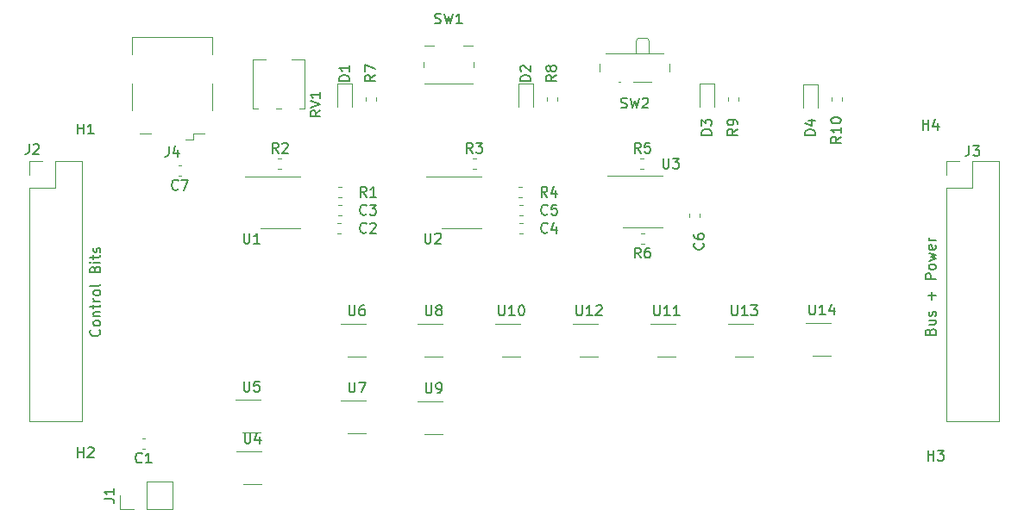
<source format=gbr>
G04 #@! TF.GenerationSoftware,KiCad,Pcbnew,(5.1.5)-3*
G04 #@! TF.CreationDate,2021-01-18T17:20:57+00:00*
G04 #@! TF.ProjectId,Little Logic Computer - Power+Timing,4c697474-6c65-4204-9c6f-67696320436f,rev?*
G04 #@! TF.SameCoordinates,Original*
G04 #@! TF.FileFunction,Legend,Top*
G04 #@! TF.FilePolarity,Positive*
%FSLAX46Y46*%
G04 Gerber Fmt 4.6, Leading zero omitted, Abs format (unit mm)*
G04 Created by KiCad (PCBNEW (5.1.5)-3) date 2021-01-18 17:20:57*
%MOMM*%
%LPD*%
G04 APERTURE LIST*
%ADD10C,0.150000*%
%ADD11C,0.120000*%
G04 APERTURE END LIST*
D10*
X192528571Y-105880952D02*
X192576190Y-105738095D01*
X192623809Y-105690476D01*
X192719047Y-105642857D01*
X192861904Y-105642857D01*
X192957142Y-105690476D01*
X193004761Y-105738095D01*
X193052380Y-105833333D01*
X193052380Y-106214285D01*
X192052380Y-106214285D01*
X192052380Y-105880952D01*
X192100000Y-105785714D01*
X192147619Y-105738095D01*
X192242857Y-105690476D01*
X192338095Y-105690476D01*
X192433333Y-105738095D01*
X192480952Y-105785714D01*
X192528571Y-105880952D01*
X192528571Y-106214285D01*
X192385714Y-104785714D02*
X193052380Y-104785714D01*
X192385714Y-105214285D02*
X192909523Y-105214285D01*
X193004761Y-105166666D01*
X193052380Y-105071428D01*
X193052380Y-104928571D01*
X193004761Y-104833333D01*
X192957142Y-104785714D01*
X193004761Y-104357142D02*
X193052380Y-104261904D01*
X193052380Y-104071428D01*
X193004761Y-103976190D01*
X192909523Y-103928571D01*
X192861904Y-103928571D01*
X192766666Y-103976190D01*
X192719047Y-104071428D01*
X192719047Y-104214285D01*
X192671428Y-104309523D01*
X192576190Y-104357142D01*
X192528571Y-104357142D01*
X192433333Y-104309523D01*
X192385714Y-104214285D01*
X192385714Y-104071428D01*
X192433333Y-103976190D01*
X192671428Y-102738095D02*
X192671428Y-101976190D01*
X193052380Y-102357142D02*
X192290476Y-102357142D01*
X193052380Y-100738095D02*
X192052380Y-100738095D01*
X192052380Y-100357142D01*
X192100000Y-100261904D01*
X192147619Y-100214285D01*
X192242857Y-100166666D01*
X192385714Y-100166666D01*
X192480952Y-100214285D01*
X192528571Y-100261904D01*
X192576190Y-100357142D01*
X192576190Y-100738095D01*
X193052380Y-99595238D02*
X193004761Y-99690476D01*
X192957142Y-99738095D01*
X192861904Y-99785714D01*
X192576190Y-99785714D01*
X192480952Y-99738095D01*
X192433333Y-99690476D01*
X192385714Y-99595238D01*
X192385714Y-99452380D01*
X192433333Y-99357142D01*
X192480952Y-99309523D01*
X192576190Y-99261904D01*
X192861904Y-99261904D01*
X192957142Y-99309523D01*
X193004761Y-99357142D01*
X193052380Y-99452380D01*
X193052380Y-99595238D01*
X192385714Y-98928571D02*
X193052380Y-98738095D01*
X192576190Y-98547619D01*
X193052380Y-98357142D01*
X192385714Y-98166666D01*
X193004761Y-97404761D02*
X193052380Y-97500000D01*
X193052380Y-97690476D01*
X193004761Y-97785714D01*
X192909523Y-97833333D01*
X192528571Y-97833333D01*
X192433333Y-97785714D01*
X192385714Y-97690476D01*
X192385714Y-97500000D01*
X192433333Y-97404761D01*
X192528571Y-97357142D01*
X192623809Y-97357142D01*
X192719047Y-97833333D01*
X193052380Y-96928571D02*
X192385714Y-96928571D01*
X192576190Y-96928571D02*
X192480952Y-96880952D01*
X192433333Y-96833333D01*
X192385714Y-96738095D01*
X192385714Y-96642857D01*
X110957142Y-105714285D02*
X111004761Y-105761904D01*
X111052380Y-105904761D01*
X111052380Y-106000000D01*
X111004761Y-106142857D01*
X110909523Y-106238095D01*
X110814285Y-106285714D01*
X110623809Y-106333333D01*
X110480952Y-106333333D01*
X110290476Y-106285714D01*
X110195238Y-106238095D01*
X110100000Y-106142857D01*
X110052380Y-106000000D01*
X110052380Y-105904761D01*
X110100000Y-105761904D01*
X110147619Y-105714285D01*
X111052380Y-105142857D02*
X111004761Y-105238095D01*
X110957142Y-105285714D01*
X110861904Y-105333333D01*
X110576190Y-105333333D01*
X110480952Y-105285714D01*
X110433333Y-105238095D01*
X110385714Y-105142857D01*
X110385714Y-105000000D01*
X110433333Y-104904761D01*
X110480952Y-104857142D01*
X110576190Y-104809523D01*
X110861904Y-104809523D01*
X110957142Y-104857142D01*
X111004761Y-104904761D01*
X111052380Y-105000000D01*
X111052380Y-105142857D01*
X110385714Y-104380952D02*
X111052380Y-104380952D01*
X110480952Y-104380952D02*
X110433333Y-104333333D01*
X110385714Y-104238095D01*
X110385714Y-104095238D01*
X110433333Y-104000000D01*
X110528571Y-103952380D01*
X111052380Y-103952380D01*
X110385714Y-103619047D02*
X110385714Y-103238095D01*
X110052380Y-103476190D02*
X110909523Y-103476190D01*
X111004761Y-103428571D01*
X111052380Y-103333333D01*
X111052380Y-103238095D01*
X111052380Y-102904761D02*
X110385714Y-102904761D01*
X110576190Y-102904761D02*
X110480952Y-102857142D01*
X110433333Y-102809523D01*
X110385714Y-102714285D01*
X110385714Y-102619047D01*
X111052380Y-102142857D02*
X111004761Y-102238095D01*
X110957142Y-102285714D01*
X110861904Y-102333333D01*
X110576190Y-102333333D01*
X110480952Y-102285714D01*
X110433333Y-102238095D01*
X110385714Y-102142857D01*
X110385714Y-102000000D01*
X110433333Y-101904761D01*
X110480952Y-101857142D01*
X110576190Y-101809523D01*
X110861904Y-101809523D01*
X110957142Y-101857142D01*
X111004761Y-101904761D01*
X111052380Y-102000000D01*
X111052380Y-102142857D01*
X111052380Y-101238095D02*
X111004761Y-101333333D01*
X110909523Y-101380952D01*
X110052380Y-101380952D01*
X110528571Y-99761904D02*
X110576190Y-99619047D01*
X110623809Y-99571428D01*
X110719047Y-99523809D01*
X110861904Y-99523809D01*
X110957142Y-99571428D01*
X111004761Y-99619047D01*
X111052380Y-99714285D01*
X111052380Y-100095238D01*
X110052380Y-100095238D01*
X110052380Y-99761904D01*
X110100000Y-99666666D01*
X110147619Y-99619047D01*
X110242857Y-99571428D01*
X110338095Y-99571428D01*
X110433333Y-99619047D01*
X110480952Y-99666666D01*
X110528571Y-99761904D01*
X110528571Y-100095238D01*
X111052380Y-99095238D02*
X110385714Y-99095238D01*
X110052380Y-99095238D02*
X110100000Y-99142857D01*
X110147619Y-99095238D01*
X110100000Y-99047619D01*
X110052380Y-99095238D01*
X110147619Y-99095238D01*
X110385714Y-98761904D02*
X110385714Y-98380952D01*
X110052380Y-98619047D02*
X110909523Y-98619047D01*
X111004761Y-98571428D01*
X111052380Y-98476190D01*
X111052380Y-98380952D01*
X111004761Y-98095238D02*
X111052380Y-98000000D01*
X111052380Y-97809523D01*
X111004761Y-97714285D01*
X110909523Y-97666666D01*
X110861904Y-97666666D01*
X110766666Y-97714285D01*
X110719047Y-97809523D01*
X110719047Y-97952380D01*
X110671428Y-98047619D01*
X110576190Y-98095238D01*
X110528571Y-98095238D01*
X110433333Y-98047619D01*
X110385714Y-97952380D01*
X110385714Y-97809523D01*
X110433333Y-97714285D01*
D11*
X182768000Y-105070000D02*
X180318000Y-105070000D01*
X180968000Y-108290000D02*
X182768000Y-108290000D01*
X175148000Y-105136000D02*
X172698000Y-105136000D01*
X173348000Y-108356000D02*
X175148000Y-108356000D01*
X159908000Y-105136000D02*
X157458000Y-105136000D01*
X158108000Y-108356000D02*
X159908000Y-108356000D01*
X167528000Y-105136000D02*
X165078000Y-105136000D01*
X165728000Y-108356000D02*
X167528000Y-108356000D01*
X152288000Y-105136000D02*
X149838000Y-105136000D01*
X150488000Y-108356000D02*
X152288000Y-108356000D01*
X144668000Y-112756000D02*
X142218000Y-112756000D01*
X142868000Y-115976000D02*
X144668000Y-115976000D01*
X144668000Y-105136000D02*
X142218000Y-105136000D01*
X142868000Y-108356000D02*
X144668000Y-108356000D01*
X137142000Y-112690000D02*
X134692000Y-112690000D01*
X135342000Y-115910000D02*
X137142000Y-115910000D01*
X137142000Y-105136000D02*
X134692000Y-105136000D01*
X135342000Y-108356000D02*
X137142000Y-108356000D01*
X126808000Y-112624000D02*
X124358000Y-112624000D01*
X125008000Y-115844000D02*
X126808000Y-115844000D01*
X126888000Y-117704000D02*
X124438000Y-117704000D01*
X125088000Y-120924000D02*
X126888000Y-120924000D01*
X114150000Y-76972000D02*
X114150000Y-78632000D01*
X122070000Y-76972000D02*
X114150000Y-76972000D01*
X122070000Y-78632000D02*
X122070000Y-76972000D01*
X116060000Y-86442000D02*
X114910000Y-86442000D01*
X120160000Y-87032000D02*
X119460000Y-87032000D01*
X120160000Y-86442000D02*
X120160000Y-87032000D01*
X121310000Y-86442000D02*
X120160000Y-86442000D01*
X114150000Y-84132000D02*
X114150000Y-81532000D01*
X122070000Y-81532000D02*
X122070000Y-84132000D01*
X119034779Y-89584000D02*
X118709221Y-89584000D01*
X119034779Y-90604000D02*
X118709221Y-90604000D01*
X146482000Y-90658000D02*
X143032000Y-90658000D01*
X146482000Y-90658000D02*
X148432000Y-90658000D01*
X146482000Y-95778000D02*
X144532000Y-95778000D01*
X146482000Y-95778000D02*
X148432000Y-95778000D01*
X164262000Y-90531000D02*
X160812000Y-90531000D01*
X164262000Y-90531000D02*
X166212000Y-90531000D01*
X164262000Y-95651000D02*
X162312000Y-95651000D01*
X164262000Y-95651000D02*
X166212000Y-95651000D01*
X128702000Y-90658000D02*
X125252000Y-90658000D01*
X128702000Y-90658000D02*
X130652000Y-90658000D01*
X128702000Y-95778000D02*
X126752000Y-95778000D01*
X128702000Y-95778000D02*
X130652000Y-95778000D01*
X112970000Y-123326000D02*
X112970000Y-121996000D01*
X114300000Y-123326000D02*
X112970000Y-123326000D01*
X115570000Y-123326000D02*
X115570000Y-120666000D01*
X115570000Y-120666000D02*
X118170000Y-120666000D01*
X115570000Y-123326000D02*
X118170000Y-123326000D01*
X118170000Y-123326000D02*
X118170000Y-120666000D01*
X180037000Y-81573000D02*
X180037000Y-83858000D01*
X181507000Y-81573000D02*
X180037000Y-81573000D01*
X181507000Y-83858000D02*
X181507000Y-81573000D01*
X169877000Y-81547500D02*
X169877000Y-83832500D01*
X171347000Y-81547500D02*
X169877000Y-81547500D01*
X171347000Y-83832500D02*
X171347000Y-81547500D01*
X152097000Y-81547500D02*
X152097000Y-83832500D01*
X153567000Y-81547500D02*
X152097000Y-81547500D01*
X153567000Y-83832500D02*
X153567000Y-81547500D01*
X134317000Y-81547500D02*
X134317000Y-83832500D01*
X135787000Y-81547500D02*
X134317000Y-81547500D01*
X135787000Y-83832500D02*
X135787000Y-81547500D01*
X160050000Y-79544000D02*
X160050000Y-80334000D01*
X166950000Y-80334000D02*
X166950000Y-79544000D01*
X165100000Y-81384000D02*
X163400000Y-81384000D01*
X166350000Y-78534000D02*
X160650000Y-78534000D01*
X163600000Y-77244000D02*
X163600000Y-78534000D01*
X164700000Y-77034000D02*
X163800000Y-77034000D01*
X164900000Y-78534000D02*
X164900000Y-77244000D01*
X163600000Y-77244000D02*
X163800000Y-77034000D01*
X164900000Y-77244000D02*
X164700000Y-77034000D01*
X162100000Y-81384000D02*
X161900000Y-81384000D01*
X143822000Y-77818000D02*
X142897000Y-77818000D01*
X147697000Y-79943000D02*
X147697000Y-79393000D01*
X142797000Y-79943000D02*
X142797000Y-79393000D01*
X147597000Y-81518000D02*
X142897000Y-81518000D01*
X147597000Y-77818000D02*
X146672000Y-77818000D01*
X130708000Y-79146000D02*
X129808000Y-79146000D01*
X130708000Y-79146000D02*
X129808000Y-79146000D01*
X130708000Y-79146000D02*
X130708000Y-79146000D01*
X126528000Y-83986000D02*
X126048000Y-83986000D01*
X128828000Y-83986000D02*
X128308000Y-83986000D01*
X131088000Y-83986000D02*
X130608000Y-83986000D01*
X127328000Y-79146000D02*
X126048000Y-79146000D01*
X131088000Y-79146000D02*
X129808000Y-79146000D01*
X126048000Y-79146000D02*
X126048000Y-83986000D01*
X131088000Y-79146000D02*
X131088000Y-83986000D01*
X183822000Y-83220779D02*
X183822000Y-82895221D01*
X182802000Y-83220779D02*
X182802000Y-82895221D01*
X173662000Y-83195279D02*
X173662000Y-82869721D01*
X172642000Y-83195279D02*
X172642000Y-82869721D01*
X155882000Y-83195279D02*
X155882000Y-82869721D01*
X154862000Y-83195279D02*
X154862000Y-82869721D01*
X138102000Y-83195279D02*
X138102000Y-82869721D01*
X137082000Y-83195279D02*
X137082000Y-82869721D01*
X164424779Y-96264000D02*
X164099221Y-96264000D01*
X164424779Y-97284000D02*
X164099221Y-97284000D01*
X164399279Y-88898000D02*
X164073721Y-88898000D01*
X164399279Y-89918000D02*
X164073721Y-89918000D01*
X152461279Y-91692000D02*
X152135721Y-91692000D01*
X152461279Y-92712000D02*
X152135721Y-92712000D01*
X147940279Y-88898000D02*
X147614721Y-88898000D01*
X147940279Y-89918000D02*
X147614721Y-89918000D01*
X128513721Y-89918000D02*
X128839279Y-89918000D01*
X128513721Y-88898000D02*
X128839279Y-88898000D01*
X134706779Y-91692000D02*
X134381221Y-91692000D01*
X134706779Y-92712000D02*
X134381221Y-92712000D01*
X194070000Y-89170000D02*
X195400000Y-89170000D01*
X194070000Y-90500000D02*
X194070000Y-89170000D01*
X196670000Y-89170000D02*
X199270000Y-89170000D01*
X196670000Y-91770000D02*
X196670000Y-89170000D01*
X194070000Y-91770000D02*
X196670000Y-91770000D01*
X199270000Y-89170000D02*
X199270000Y-114690000D01*
X194070000Y-91770000D02*
X194070000Y-114690000D01*
X194070000Y-114690000D02*
X199270000Y-114690000D01*
X104070000Y-89170000D02*
X105400000Y-89170000D01*
X104070000Y-90500000D02*
X104070000Y-89170000D01*
X106670000Y-89170000D02*
X109270000Y-89170000D01*
X106670000Y-91770000D02*
X106670000Y-89170000D01*
X104070000Y-91770000D02*
X106670000Y-91770000D01*
X109270000Y-89170000D02*
X109270000Y-114690000D01*
X104070000Y-91770000D02*
X104070000Y-114690000D01*
X104070000Y-114690000D02*
X109270000Y-114690000D01*
X169852000Y-94650779D02*
X169852000Y-94325221D01*
X168832000Y-94650779D02*
X168832000Y-94325221D01*
X152161221Y-94490000D02*
X152486779Y-94490000D01*
X152161221Y-93470000D02*
X152486779Y-93470000D01*
X152161221Y-96268000D02*
X152486779Y-96268000D01*
X152161221Y-95248000D02*
X152486779Y-95248000D01*
X134381221Y-94490000D02*
X134706779Y-94490000D01*
X134381221Y-93470000D02*
X134706779Y-93470000D01*
X134355721Y-96268000D02*
X134681279Y-96268000D01*
X134355721Y-95248000D02*
X134681279Y-95248000D01*
X115478779Y-116406000D02*
X115153221Y-116406000D01*
X115478779Y-117426000D02*
X115153221Y-117426000D01*
D10*
X180629904Y-103232380D02*
X180629904Y-104041904D01*
X180677523Y-104137142D01*
X180725142Y-104184761D01*
X180820380Y-104232380D01*
X181010857Y-104232380D01*
X181106095Y-104184761D01*
X181153714Y-104137142D01*
X181201333Y-104041904D01*
X181201333Y-103232380D01*
X182201333Y-104232380D02*
X181629904Y-104232380D01*
X181915619Y-104232380D02*
X181915619Y-103232380D01*
X181820380Y-103375238D01*
X181725142Y-103470476D01*
X181629904Y-103518095D01*
X183058476Y-103565714D02*
X183058476Y-104232380D01*
X182820380Y-103184761D02*
X182582285Y-103899047D01*
X183201333Y-103899047D01*
X173009904Y-103298380D02*
X173009904Y-104107904D01*
X173057523Y-104203142D01*
X173105142Y-104250761D01*
X173200380Y-104298380D01*
X173390857Y-104298380D01*
X173486095Y-104250761D01*
X173533714Y-104203142D01*
X173581333Y-104107904D01*
X173581333Y-103298380D01*
X174581333Y-104298380D02*
X174009904Y-104298380D01*
X174295619Y-104298380D02*
X174295619Y-103298380D01*
X174200380Y-103441238D01*
X174105142Y-103536476D01*
X174009904Y-103584095D01*
X174914666Y-103298380D02*
X175533714Y-103298380D01*
X175200380Y-103679333D01*
X175343238Y-103679333D01*
X175438476Y-103726952D01*
X175486095Y-103774571D01*
X175533714Y-103869809D01*
X175533714Y-104107904D01*
X175486095Y-104203142D01*
X175438476Y-104250761D01*
X175343238Y-104298380D01*
X175057523Y-104298380D01*
X174962285Y-104250761D01*
X174914666Y-104203142D01*
X157769904Y-103298380D02*
X157769904Y-104107904D01*
X157817523Y-104203142D01*
X157865142Y-104250761D01*
X157960380Y-104298380D01*
X158150857Y-104298380D01*
X158246095Y-104250761D01*
X158293714Y-104203142D01*
X158341333Y-104107904D01*
X158341333Y-103298380D01*
X159341333Y-104298380D02*
X158769904Y-104298380D01*
X159055619Y-104298380D02*
X159055619Y-103298380D01*
X158960380Y-103441238D01*
X158865142Y-103536476D01*
X158769904Y-103584095D01*
X159722285Y-103393619D02*
X159769904Y-103346000D01*
X159865142Y-103298380D01*
X160103238Y-103298380D01*
X160198476Y-103346000D01*
X160246095Y-103393619D01*
X160293714Y-103488857D01*
X160293714Y-103584095D01*
X160246095Y-103726952D01*
X159674666Y-104298380D01*
X160293714Y-104298380D01*
X165389904Y-103298380D02*
X165389904Y-104107904D01*
X165437523Y-104203142D01*
X165485142Y-104250761D01*
X165580380Y-104298380D01*
X165770857Y-104298380D01*
X165866095Y-104250761D01*
X165913714Y-104203142D01*
X165961333Y-104107904D01*
X165961333Y-103298380D01*
X166961333Y-104298380D02*
X166389904Y-104298380D01*
X166675619Y-104298380D02*
X166675619Y-103298380D01*
X166580380Y-103441238D01*
X166485142Y-103536476D01*
X166389904Y-103584095D01*
X167913714Y-104298380D02*
X167342285Y-104298380D01*
X167628000Y-104298380D02*
X167628000Y-103298380D01*
X167532761Y-103441238D01*
X167437523Y-103536476D01*
X167342285Y-103584095D01*
X150149904Y-103298380D02*
X150149904Y-104107904D01*
X150197523Y-104203142D01*
X150245142Y-104250761D01*
X150340380Y-104298380D01*
X150530857Y-104298380D01*
X150626095Y-104250761D01*
X150673714Y-104203142D01*
X150721333Y-104107904D01*
X150721333Y-103298380D01*
X151721333Y-104298380D02*
X151149904Y-104298380D01*
X151435619Y-104298380D02*
X151435619Y-103298380D01*
X151340380Y-103441238D01*
X151245142Y-103536476D01*
X151149904Y-103584095D01*
X152340380Y-103298380D02*
X152435619Y-103298380D01*
X152530857Y-103346000D01*
X152578476Y-103393619D01*
X152626095Y-103488857D01*
X152673714Y-103679333D01*
X152673714Y-103917428D01*
X152626095Y-104107904D01*
X152578476Y-104203142D01*
X152530857Y-104250761D01*
X152435619Y-104298380D01*
X152340380Y-104298380D01*
X152245142Y-104250761D01*
X152197523Y-104203142D01*
X152149904Y-104107904D01*
X152102285Y-103917428D01*
X152102285Y-103679333D01*
X152149904Y-103488857D01*
X152197523Y-103393619D01*
X152245142Y-103346000D01*
X152340380Y-103298380D01*
X143006095Y-110918380D02*
X143006095Y-111727904D01*
X143053714Y-111823142D01*
X143101333Y-111870761D01*
X143196571Y-111918380D01*
X143387047Y-111918380D01*
X143482285Y-111870761D01*
X143529904Y-111823142D01*
X143577523Y-111727904D01*
X143577523Y-110918380D01*
X144101333Y-111918380D02*
X144291809Y-111918380D01*
X144387047Y-111870761D01*
X144434666Y-111823142D01*
X144529904Y-111680285D01*
X144577523Y-111489809D01*
X144577523Y-111108857D01*
X144529904Y-111013619D01*
X144482285Y-110966000D01*
X144387047Y-110918380D01*
X144196571Y-110918380D01*
X144101333Y-110966000D01*
X144053714Y-111013619D01*
X144006095Y-111108857D01*
X144006095Y-111346952D01*
X144053714Y-111442190D01*
X144101333Y-111489809D01*
X144196571Y-111537428D01*
X144387047Y-111537428D01*
X144482285Y-111489809D01*
X144529904Y-111442190D01*
X144577523Y-111346952D01*
X143006095Y-103298380D02*
X143006095Y-104107904D01*
X143053714Y-104203142D01*
X143101333Y-104250761D01*
X143196571Y-104298380D01*
X143387047Y-104298380D01*
X143482285Y-104250761D01*
X143529904Y-104203142D01*
X143577523Y-104107904D01*
X143577523Y-103298380D01*
X144196571Y-103726952D02*
X144101333Y-103679333D01*
X144053714Y-103631714D01*
X144006095Y-103536476D01*
X144006095Y-103488857D01*
X144053714Y-103393619D01*
X144101333Y-103346000D01*
X144196571Y-103298380D01*
X144387047Y-103298380D01*
X144482285Y-103346000D01*
X144529904Y-103393619D01*
X144577523Y-103488857D01*
X144577523Y-103536476D01*
X144529904Y-103631714D01*
X144482285Y-103679333D01*
X144387047Y-103726952D01*
X144196571Y-103726952D01*
X144101333Y-103774571D01*
X144053714Y-103822190D01*
X144006095Y-103917428D01*
X144006095Y-104107904D01*
X144053714Y-104203142D01*
X144101333Y-104250761D01*
X144196571Y-104298380D01*
X144387047Y-104298380D01*
X144482285Y-104250761D01*
X144529904Y-104203142D01*
X144577523Y-104107904D01*
X144577523Y-103917428D01*
X144529904Y-103822190D01*
X144482285Y-103774571D01*
X144387047Y-103726952D01*
X135480095Y-110852380D02*
X135480095Y-111661904D01*
X135527714Y-111757142D01*
X135575333Y-111804761D01*
X135670571Y-111852380D01*
X135861047Y-111852380D01*
X135956285Y-111804761D01*
X136003904Y-111757142D01*
X136051523Y-111661904D01*
X136051523Y-110852380D01*
X136432476Y-110852380D02*
X137099142Y-110852380D01*
X136670571Y-111852380D01*
X135480095Y-103298380D02*
X135480095Y-104107904D01*
X135527714Y-104203142D01*
X135575333Y-104250761D01*
X135670571Y-104298380D01*
X135861047Y-104298380D01*
X135956285Y-104250761D01*
X136003904Y-104203142D01*
X136051523Y-104107904D01*
X136051523Y-103298380D01*
X136956285Y-103298380D02*
X136765809Y-103298380D01*
X136670571Y-103346000D01*
X136622952Y-103393619D01*
X136527714Y-103536476D01*
X136480095Y-103726952D01*
X136480095Y-104107904D01*
X136527714Y-104203142D01*
X136575333Y-104250761D01*
X136670571Y-104298380D01*
X136861047Y-104298380D01*
X136956285Y-104250761D01*
X137003904Y-104203142D01*
X137051523Y-104107904D01*
X137051523Y-103869809D01*
X137003904Y-103774571D01*
X136956285Y-103726952D01*
X136861047Y-103679333D01*
X136670571Y-103679333D01*
X136575333Y-103726952D01*
X136527714Y-103774571D01*
X136480095Y-103869809D01*
X125146095Y-110786380D02*
X125146095Y-111595904D01*
X125193714Y-111691142D01*
X125241333Y-111738761D01*
X125336571Y-111786380D01*
X125527047Y-111786380D01*
X125622285Y-111738761D01*
X125669904Y-111691142D01*
X125717523Y-111595904D01*
X125717523Y-110786380D01*
X126669904Y-110786380D02*
X126193714Y-110786380D01*
X126146095Y-111262571D01*
X126193714Y-111214952D01*
X126288952Y-111167333D01*
X126527047Y-111167333D01*
X126622285Y-111214952D01*
X126669904Y-111262571D01*
X126717523Y-111357809D01*
X126717523Y-111595904D01*
X126669904Y-111691142D01*
X126622285Y-111738761D01*
X126527047Y-111786380D01*
X126288952Y-111786380D01*
X126193714Y-111738761D01*
X126146095Y-111691142D01*
X125226095Y-115866380D02*
X125226095Y-116675904D01*
X125273714Y-116771142D01*
X125321333Y-116818761D01*
X125416571Y-116866380D01*
X125607047Y-116866380D01*
X125702285Y-116818761D01*
X125749904Y-116771142D01*
X125797523Y-116675904D01*
X125797523Y-115866380D01*
X126702285Y-116199714D02*
X126702285Y-116866380D01*
X126464190Y-115818761D02*
X126226095Y-116533047D01*
X126845142Y-116533047D01*
X191770095Y-86050380D02*
X191770095Y-85050380D01*
X191770095Y-85526571D02*
X192341523Y-85526571D01*
X192341523Y-86050380D02*
X192341523Y-85050380D01*
X193246285Y-85383714D02*
X193246285Y-86050380D01*
X193008190Y-85002761D02*
X192770095Y-85717047D01*
X193389142Y-85717047D01*
X192278095Y-118562380D02*
X192278095Y-117562380D01*
X192278095Y-118038571D02*
X192849523Y-118038571D01*
X192849523Y-118562380D02*
X192849523Y-117562380D01*
X193230476Y-117562380D02*
X193849523Y-117562380D01*
X193516190Y-117943333D01*
X193659047Y-117943333D01*
X193754285Y-117990952D01*
X193801904Y-118038571D01*
X193849523Y-118133809D01*
X193849523Y-118371904D01*
X193801904Y-118467142D01*
X193754285Y-118514761D01*
X193659047Y-118562380D01*
X193373333Y-118562380D01*
X193278095Y-118514761D01*
X193230476Y-118467142D01*
X108838095Y-118252380D02*
X108838095Y-117252380D01*
X108838095Y-117728571D02*
X109409523Y-117728571D01*
X109409523Y-118252380D02*
X109409523Y-117252380D01*
X109838095Y-117347619D02*
X109885714Y-117300000D01*
X109980952Y-117252380D01*
X110219047Y-117252380D01*
X110314285Y-117300000D01*
X110361904Y-117347619D01*
X110409523Y-117442857D01*
X110409523Y-117538095D01*
X110361904Y-117680952D01*
X109790476Y-118252380D01*
X110409523Y-118252380D01*
X108838095Y-86452380D02*
X108838095Y-85452380D01*
X108838095Y-85928571D02*
X109409523Y-85928571D01*
X109409523Y-86452380D02*
X109409523Y-85452380D01*
X110409523Y-86452380D02*
X109838095Y-86452380D01*
X110123809Y-86452380D02*
X110123809Y-85452380D01*
X110028571Y-85595238D01*
X109933333Y-85690476D01*
X109838095Y-85738095D01*
X117776666Y-87684380D02*
X117776666Y-88398666D01*
X117729047Y-88541523D01*
X117633809Y-88636761D01*
X117490952Y-88684380D01*
X117395714Y-88684380D01*
X118681428Y-88017714D02*
X118681428Y-88684380D01*
X118443333Y-87636761D02*
X118205238Y-88351047D01*
X118824285Y-88351047D01*
X118705333Y-91881142D02*
X118657714Y-91928761D01*
X118514857Y-91976380D01*
X118419619Y-91976380D01*
X118276761Y-91928761D01*
X118181523Y-91833523D01*
X118133904Y-91738285D01*
X118086285Y-91547809D01*
X118086285Y-91404952D01*
X118133904Y-91214476D01*
X118181523Y-91119238D01*
X118276761Y-91024000D01*
X118419619Y-90976380D01*
X118514857Y-90976380D01*
X118657714Y-91024000D01*
X118705333Y-91071619D01*
X119038666Y-90976380D02*
X119705333Y-90976380D01*
X119276761Y-91976380D01*
X142926095Y-96226380D02*
X142926095Y-97035904D01*
X142973714Y-97131142D01*
X143021333Y-97178761D01*
X143116571Y-97226380D01*
X143307047Y-97226380D01*
X143402285Y-97178761D01*
X143449904Y-97131142D01*
X143497523Y-97035904D01*
X143497523Y-96226380D01*
X143926095Y-96321619D02*
X143973714Y-96274000D01*
X144068952Y-96226380D01*
X144307047Y-96226380D01*
X144402285Y-96274000D01*
X144449904Y-96321619D01*
X144497523Y-96416857D01*
X144497523Y-96512095D01*
X144449904Y-96654952D01*
X143878476Y-97226380D01*
X144497523Y-97226380D01*
X166294095Y-88860380D02*
X166294095Y-89669904D01*
X166341714Y-89765142D01*
X166389333Y-89812761D01*
X166484571Y-89860380D01*
X166675047Y-89860380D01*
X166770285Y-89812761D01*
X166817904Y-89765142D01*
X166865523Y-89669904D01*
X166865523Y-88860380D01*
X167246476Y-88860380D02*
X167865523Y-88860380D01*
X167532190Y-89241333D01*
X167675047Y-89241333D01*
X167770285Y-89288952D01*
X167817904Y-89336571D01*
X167865523Y-89431809D01*
X167865523Y-89669904D01*
X167817904Y-89765142D01*
X167770285Y-89812761D01*
X167675047Y-89860380D01*
X167389333Y-89860380D01*
X167294095Y-89812761D01*
X167246476Y-89765142D01*
X125146095Y-96226380D02*
X125146095Y-97035904D01*
X125193714Y-97131142D01*
X125241333Y-97178761D01*
X125336571Y-97226380D01*
X125527047Y-97226380D01*
X125622285Y-97178761D01*
X125669904Y-97131142D01*
X125717523Y-97035904D01*
X125717523Y-96226380D01*
X126717523Y-97226380D02*
X126146095Y-97226380D01*
X126431809Y-97226380D02*
X126431809Y-96226380D01*
X126336571Y-96369238D01*
X126241333Y-96464476D01*
X126146095Y-96512095D01*
X111422380Y-122329333D02*
X112136666Y-122329333D01*
X112279523Y-122376952D01*
X112374761Y-122472190D01*
X112422380Y-122615047D01*
X112422380Y-122710285D01*
X112422380Y-121329333D02*
X112422380Y-121900761D01*
X112422380Y-121615047D02*
X111422380Y-121615047D01*
X111565238Y-121710285D01*
X111660476Y-121805523D01*
X111708095Y-121900761D01*
X181224380Y-86590095D02*
X180224380Y-86590095D01*
X180224380Y-86352000D01*
X180272000Y-86209142D01*
X180367238Y-86113904D01*
X180462476Y-86066285D01*
X180652952Y-86018666D01*
X180795809Y-86018666D01*
X180986285Y-86066285D01*
X181081523Y-86113904D01*
X181176761Y-86209142D01*
X181224380Y-86352000D01*
X181224380Y-86590095D01*
X180557714Y-85161523D02*
X181224380Y-85161523D01*
X180176761Y-85399619D02*
X180891047Y-85637714D01*
X180891047Y-85018666D01*
X171064380Y-86564595D02*
X170064380Y-86564595D01*
X170064380Y-86326500D01*
X170112000Y-86183642D01*
X170207238Y-86088404D01*
X170302476Y-86040785D01*
X170492952Y-85993166D01*
X170635809Y-85993166D01*
X170826285Y-86040785D01*
X170921523Y-86088404D01*
X171016761Y-86183642D01*
X171064380Y-86326500D01*
X171064380Y-86564595D01*
X170064380Y-85659833D02*
X170064380Y-85040785D01*
X170445333Y-85374119D01*
X170445333Y-85231261D01*
X170492952Y-85136023D01*
X170540571Y-85088404D01*
X170635809Y-85040785D01*
X170873904Y-85040785D01*
X170969142Y-85088404D01*
X171016761Y-85136023D01*
X171064380Y-85231261D01*
X171064380Y-85516976D01*
X171016761Y-85612214D01*
X170969142Y-85659833D01*
X153284380Y-81256095D02*
X152284380Y-81256095D01*
X152284380Y-81018000D01*
X152332000Y-80875142D01*
X152427238Y-80779904D01*
X152522476Y-80732285D01*
X152712952Y-80684666D01*
X152855809Y-80684666D01*
X153046285Y-80732285D01*
X153141523Y-80779904D01*
X153236761Y-80875142D01*
X153284380Y-81018000D01*
X153284380Y-81256095D01*
X152379619Y-80303714D02*
X152332000Y-80256095D01*
X152284380Y-80160857D01*
X152284380Y-79922761D01*
X152332000Y-79827523D01*
X152379619Y-79779904D01*
X152474857Y-79732285D01*
X152570095Y-79732285D01*
X152712952Y-79779904D01*
X153284380Y-80351333D01*
X153284380Y-79732285D01*
X135504380Y-81256095D02*
X134504380Y-81256095D01*
X134504380Y-81018000D01*
X134552000Y-80875142D01*
X134647238Y-80779904D01*
X134742476Y-80732285D01*
X134932952Y-80684666D01*
X135075809Y-80684666D01*
X135266285Y-80732285D01*
X135361523Y-80779904D01*
X135456761Y-80875142D01*
X135504380Y-81018000D01*
X135504380Y-81256095D01*
X135504380Y-79732285D02*
X135504380Y-80303714D01*
X135504380Y-80018000D02*
X134504380Y-80018000D01*
X134647238Y-80113238D01*
X134742476Y-80208476D01*
X134790095Y-80303714D01*
X162166666Y-83868761D02*
X162309523Y-83916380D01*
X162547619Y-83916380D01*
X162642857Y-83868761D01*
X162690476Y-83821142D01*
X162738095Y-83725904D01*
X162738095Y-83630666D01*
X162690476Y-83535428D01*
X162642857Y-83487809D01*
X162547619Y-83440190D01*
X162357142Y-83392571D01*
X162261904Y-83344952D01*
X162214285Y-83297333D01*
X162166666Y-83202095D01*
X162166666Y-83106857D01*
X162214285Y-83011619D01*
X162261904Y-82964000D01*
X162357142Y-82916380D01*
X162595238Y-82916380D01*
X162738095Y-82964000D01*
X163071428Y-82916380D02*
X163309523Y-83916380D01*
X163500000Y-83202095D01*
X163690476Y-83916380D01*
X163928571Y-82916380D01*
X164261904Y-83011619D02*
X164309523Y-82964000D01*
X164404761Y-82916380D01*
X164642857Y-82916380D01*
X164738095Y-82964000D01*
X164785714Y-83011619D01*
X164833333Y-83106857D01*
X164833333Y-83202095D01*
X164785714Y-83344952D01*
X164214285Y-83916380D01*
X164833333Y-83916380D01*
X143913666Y-75572761D02*
X144056523Y-75620380D01*
X144294619Y-75620380D01*
X144389857Y-75572761D01*
X144437476Y-75525142D01*
X144485095Y-75429904D01*
X144485095Y-75334666D01*
X144437476Y-75239428D01*
X144389857Y-75191809D01*
X144294619Y-75144190D01*
X144104142Y-75096571D01*
X144008904Y-75048952D01*
X143961285Y-75001333D01*
X143913666Y-74906095D01*
X143913666Y-74810857D01*
X143961285Y-74715619D01*
X144008904Y-74668000D01*
X144104142Y-74620380D01*
X144342238Y-74620380D01*
X144485095Y-74668000D01*
X144818428Y-74620380D02*
X145056523Y-75620380D01*
X145247000Y-74906095D01*
X145437476Y-75620380D01*
X145675571Y-74620380D01*
X146580333Y-75620380D02*
X146008904Y-75620380D01*
X146294619Y-75620380D02*
X146294619Y-74620380D01*
X146199380Y-74763238D01*
X146104142Y-74858476D01*
X146008904Y-74906095D01*
X132670380Y-84161238D02*
X132194190Y-84494571D01*
X132670380Y-84732666D02*
X131670380Y-84732666D01*
X131670380Y-84351714D01*
X131718000Y-84256476D01*
X131765619Y-84208857D01*
X131860857Y-84161238D01*
X132003714Y-84161238D01*
X132098952Y-84208857D01*
X132146571Y-84256476D01*
X132194190Y-84351714D01*
X132194190Y-84732666D01*
X131670380Y-83875523D02*
X132670380Y-83542190D01*
X131670380Y-83208857D01*
X132670380Y-82351714D02*
X132670380Y-82923142D01*
X132670380Y-82637428D02*
X131670380Y-82637428D01*
X131813238Y-82732666D01*
X131908476Y-82827904D01*
X131956095Y-82923142D01*
X183764380Y-86748857D02*
X183288190Y-87082190D01*
X183764380Y-87320285D02*
X182764380Y-87320285D01*
X182764380Y-86939333D01*
X182812000Y-86844095D01*
X182859619Y-86796476D01*
X182954857Y-86748857D01*
X183097714Y-86748857D01*
X183192952Y-86796476D01*
X183240571Y-86844095D01*
X183288190Y-86939333D01*
X183288190Y-87320285D01*
X183764380Y-85796476D02*
X183764380Y-86367904D01*
X183764380Y-86082190D02*
X182764380Y-86082190D01*
X182907238Y-86177428D01*
X183002476Y-86272666D01*
X183050095Y-86367904D01*
X182764380Y-85177428D02*
X182764380Y-85082190D01*
X182812000Y-84986952D01*
X182859619Y-84939333D01*
X182954857Y-84891714D01*
X183145333Y-84844095D01*
X183383428Y-84844095D01*
X183573904Y-84891714D01*
X183669142Y-84939333D01*
X183716761Y-84986952D01*
X183764380Y-85082190D01*
X183764380Y-85177428D01*
X183716761Y-85272666D01*
X183669142Y-85320285D01*
X183573904Y-85367904D01*
X183383428Y-85415523D01*
X183145333Y-85415523D01*
X182954857Y-85367904D01*
X182859619Y-85320285D01*
X182812000Y-85272666D01*
X182764380Y-85177428D01*
X173604380Y-85993166D02*
X173128190Y-86326500D01*
X173604380Y-86564595D02*
X172604380Y-86564595D01*
X172604380Y-86183642D01*
X172652000Y-86088404D01*
X172699619Y-86040785D01*
X172794857Y-85993166D01*
X172937714Y-85993166D01*
X173032952Y-86040785D01*
X173080571Y-86088404D01*
X173128190Y-86183642D01*
X173128190Y-86564595D01*
X173604380Y-85516976D02*
X173604380Y-85326500D01*
X173556761Y-85231261D01*
X173509142Y-85183642D01*
X173366285Y-85088404D01*
X173175809Y-85040785D01*
X172794857Y-85040785D01*
X172699619Y-85088404D01*
X172652000Y-85136023D01*
X172604380Y-85231261D01*
X172604380Y-85421738D01*
X172652000Y-85516976D01*
X172699619Y-85564595D01*
X172794857Y-85612214D01*
X173032952Y-85612214D01*
X173128190Y-85564595D01*
X173175809Y-85516976D01*
X173223428Y-85421738D01*
X173223428Y-85231261D01*
X173175809Y-85136023D01*
X173128190Y-85088404D01*
X173032952Y-85040785D01*
X155824380Y-80684666D02*
X155348190Y-81018000D01*
X155824380Y-81256095D02*
X154824380Y-81256095D01*
X154824380Y-80875142D01*
X154872000Y-80779904D01*
X154919619Y-80732285D01*
X155014857Y-80684666D01*
X155157714Y-80684666D01*
X155252952Y-80732285D01*
X155300571Y-80779904D01*
X155348190Y-80875142D01*
X155348190Y-81256095D01*
X155252952Y-80113238D02*
X155205333Y-80208476D01*
X155157714Y-80256095D01*
X155062476Y-80303714D01*
X155014857Y-80303714D01*
X154919619Y-80256095D01*
X154872000Y-80208476D01*
X154824380Y-80113238D01*
X154824380Y-79922761D01*
X154872000Y-79827523D01*
X154919619Y-79779904D01*
X155014857Y-79732285D01*
X155062476Y-79732285D01*
X155157714Y-79779904D01*
X155205333Y-79827523D01*
X155252952Y-79922761D01*
X155252952Y-80113238D01*
X155300571Y-80208476D01*
X155348190Y-80256095D01*
X155443428Y-80303714D01*
X155633904Y-80303714D01*
X155729142Y-80256095D01*
X155776761Y-80208476D01*
X155824380Y-80113238D01*
X155824380Y-79922761D01*
X155776761Y-79827523D01*
X155729142Y-79779904D01*
X155633904Y-79732285D01*
X155443428Y-79732285D01*
X155348190Y-79779904D01*
X155300571Y-79827523D01*
X155252952Y-79922761D01*
X138044380Y-80684666D02*
X137568190Y-81018000D01*
X138044380Y-81256095D02*
X137044380Y-81256095D01*
X137044380Y-80875142D01*
X137092000Y-80779904D01*
X137139619Y-80732285D01*
X137234857Y-80684666D01*
X137377714Y-80684666D01*
X137472952Y-80732285D01*
X137520571Y-80779904D01*
X137568190Y-80875142D01*
X137568190Y-81256095D01*
X137044380Y-80351333D02*
X137044380Y-79684666D01*
X138044380Y-80113238D01*
X164095333Y-98656380D02*
X163762000Y-98180190D01*
X163523904Y-98656380D02*
X163523904Y-97656380D01*
X163904857Y-97656380D01*
X164000095Y-97704000D01*
X164047714Y-97751619D01*
X164095333Y-97846857D01*
X164095333Y-97989714D01*
X164047714Y-98084952D01*
X164000095Y-98132571D01*
X163904857Y-98180190D01*
X163523904Y-98180190D01*
X164952476Y-97656380D02*
X164762000Y-97656380D01*
X164666761Y-97704000D01*
X164619142Y-97751619D01*
X164523904Y-97894476D01*
X164476285Y-98084952D01*
X164476285Y-98465904D01*
X164523904Y-98561142D01*
X164571523Y-98608761D01*
X164666761Y-98656380D01*
X164857238Y-98656380D01*
X164952476Y-98608761D01*
X165000095Y-98561142D01*
X165047714Y-98465904D01*
X165047714Y-98227809D01*
X165000095Y-98132571D01*
X164952476Y-98084952D01*
X164857238Y-98037333D01*
X164666761Y-98037333D01*
X164571523Y-98084952D01*
X164523904Y-98132571D01*
X164476285Y-98227809D01*
X164095333Y-88336380D02*
X163762000Y-87860190D01*
X163523904Y-88336380D02*
X163523904Y-87336380D01*
X163904857Y-87336380D01*
X164000095Y-87384000D01*
X164047714Y-87431619D01*
X164095333Y-87526857D01*
X164095333Y-87669714D01*
X164047714Y-87764952D01*
X164000095Y-87812571D01*
X163904857Y-87860190D01*
X163523904Y-87860190D01*
X165000095Y-87336380D02*
X164523904Y-87336380D01*
X164476285Y-87812571D01*
X164523904Y-87764952D01*
X164619142Y-87717333D01*
X164857238Y-87717333D01*
X164952476Y-87764952D01*
X165000095Y-87812571D01*
X165047714Y-87907809D01*
X165047714Y-88145904D01*
X165000095Y-88241142D01*
X164952476Y-88288761D01*
X164857238Y-88336380D01*
X164619142Y-88336380D01*
X164523904Y-88288761D01*
X164476285Y-88241142D01*
X154925833Y-92654380D02*
X154592500Y-92178190D01*
X154354404Y-92654380D02*
X154354404Y-91654380D01*
X154735357Y-91654380D01*
X154830595Y-91702000D01*
X154878214Y-91749619D01*
X154925833Y-91844857D01*
X154925833Y-91987714D01*
X154878214Y-92082952D01*
X154830595Y-92130571D01*
X154735357Y-92178190D01*
X154354404Y-92178190D01*
X155782976Y-91987714D02*
X155782976Y-92654380D01*
X155544880Y-91606761D02*
X155306785Y-92321047D01*
X155925833Y-92321047D01*
X147610833Y-88336380D02*
X147277500Y-87860190D01*
X147039404Y-88336380D02*
X147039404Y-87336380D01*
X147420357Y-87336380D01*
X147515595Y-87384000D01*
X147563214Y-87431619D01*
X147610833Y-87526857D01*
X147610833Y-87669714D01*
X147563214Y-87764952D01*
X147515595Y-87812571D01*
X147420357Y-87860190D01*
X147039404Y-87860190D01*
X147944166Y-87336380D02*
X148563214Y-87336380D01*
X148229880Y-87717333D01*
X148372738Y-87717333D01*
X148467976Y-87764952D01*
X148515595Y-87812571D01*
X148563214Y-87907809D01*
X148563214Y-88145904D01*
X148515595Y-88241142D01*
X148467976Y-88288761D01*
X148372738Y-88336380D01*
X148087023Y-88336380D01*
X147991785Y-88288761D01*
X147944166Y-88241142D01*
X128535333Y-88336380D02*
X128202000Y-87860190D01*
X127963904Y-88336380D02*
X127963904Y-87336380D01*
X128344857Y-87336380D01*
X128440095Y-87384000D01*
X128487714Y-87431619D01*
X128535333Y-87526857D01*
X128535333Y-87669714D01*
X128487714Y-87764952D01*
X128440095Y-87812571D01*
X128344857Y-87860190D01*
X127963904Y-87860190D01*
X128916285Y-87431619D02*
X128963904Y-87384000D01*
X129059142Y-87336380D01*
X129297238Y-87336380D01*
X129392476Y-87384000D01*
X129440095Y-87431619D01*
X129487714Y-87526857D01*
X129487714Y-87622095D01*
X129440095Y-87764952D01*
X128868666Y-88336380D01*
X129487714Y-88336380D01*
X137171333Y-92654380D02*
X136838000Y-92178190D01*
X136599904Y-92654380D02*
X136599904Y-91654380D01*
X136980857Y-91654380D01*
X137076095Y-91702000D01*
X137123714Y-91749619D01*
X137171333Y-91844857D01*
X137171333Y-91987714D01*
X137123714Y-92082952D01*
X137076095Y-92130571D01*
X136980857Y-92178190D01*
X136599904Y-92178190D01*
X138123714Y-92654380D02*
X137552285Y-92654380D01*
X137838000Y-92654380D02*
X137838000Y-91654380D01*
X137742761Y-91797238D01*
X137647523Y-91892476D01*
X137552285Y-91940095D01*
X196336666Y-87622380D02*
X196336666Y-88336666D01*
X196289047Y-88479523D01*
X196193809Y-88574761D01*
X196050952Y-88622380D01*
X195955714Y-88622380D01*
X196717619Y-87622380D02*
X197336666Y-87622380D01*
X197003333Y-88003333D01*
X197146190Y-88003333D01*
X197241428Y-88050952D01*
X197289047Y-88098571D01*
X197336666Y-88193809D01*
X197336666Y-88431904D01*
X197289047Y-88527142D01*
X197241428Y-88574761D01*
X197146190Y-88622380D01*
X196860476Y-88622380D01*
X196765238Y-88574761D01*
X196717619Y-88527142D01*
X104066666Y-87452380D02*
X104066666Y-88166666D01*
X104019047Y-88309523D01*
X103923809Y-88404761D01*
X103780952Y-88452380D01*
X103685714Y-88452380D01*
X104495238Y-87547619D02*
X104542857Y-87500000D01*
X104638095Y-87452380D01*
X104876190Y-87452380D01*
X104971428Y-87500000D01*
X105019047Y-87547619D01*
X105066666Y-87642857D01*
X105066666Y-87738095D01*
X105019047Y-87880952D01*
X104447619Y-88452380D01*
X105066666Y-88452380D01*
X170207142Y-97194666D02*
X170254761Y-97242285D01*
X170302380Y-97385142D01*
X170302380Y-97480380D01*
X170254761Y-97623238D01*
X170159523Y-97718476D01*
X170064285Y-97766095D01*
X169873809Y-97813714D01*
X169730952Y-97813714D01*
X169540476Y-97766095D01*
X169445238Y-97718476D01*
X169350000Y-97623238D01*
X169302380Y-97480380D01*
X169302380Y-97385142D01*
X169350000Y-97242285D01*
X169397619Y-97194666D01*
X169302380Y-96337523D02*
X169302380Y-96528000D01*
X169350000Y-96623238D01*
X169397619Y-96670857D01*
X169540476Y-96766095D01*
X169730952Y-96813714D01*
X170111904Y-96813714D01*
X170207142Y-96766095D01*
X170254761Y-96718476D01*
X170302380Y-96623238D01*
X170302380Y-96432761D01*
X170254761Y-96337523D01*
X170207142Y-96289904D01*
X170111904Y-96242285D01*
X169873809Y-96242285D01*
X169778571Y-96289904D01*
X169730952Y-96337523D01*
X169683333Y-96432761D01*
X169683333Y-96623238D01*
X169730952Y-96718476D01*
X169778571Y-96766095D01*
X169873809Y-96813714D01*
X154951333Y-94337142D02*
X154903714Y-94384761D01*
X154760857Y-94432380D01*
X154665619Y-94432380D01*
X154522761Y-94384761D01*
X154427523Y-94289523D01*
X154379904Y-94194285D01*
X154332285Y-94003809D01*
X154332285Y-93860952D01*
X154379904Y-93670476D01*
X154427523Y-93575238D01*
X154522761Y-93480000D01*
X154665619Y-93432380D01*
X154760857Y-93432380D01*
X154903714Y-93480000D01*
X154951333Y-93527619D01*
X155856095Y-93432380D02*
X155379904Y-93432380D01*
X155332285Y-93908571D01*
X155379904Y-93860952D01*
X155475142Y-93813333D01*
X155713238Y-93813333D01*
X155808476Y-93860952D01*
X155856095Y-93908571D01*
X155903714Y-94003809D01*
X155903714Y-94241904D01*
X155856095Y-94337142D01*
X155808476Y-94384761D01*
X155713238Y-94432380D01*
X155475142Y-94432380D01*
X155379904Y-94384761D01*
X155332285Y-94337142D01*
X154951333Y-96115142D02*
X154903714Y-96162761D01*
X154760857Y-96210380D01*
X154665619Y-96210380D01*
X154522761Y-96162761D01*
X154427523Y-96067523D01*
X154379904Y-95972285D01*
X154332285Y-95781809D01*
X154332285Y-95638952D01*
X154379904Y-95448476D01*
X154427523Y-95353238D01*
X154522761Y-95258000D01*
X154665619Y-95210380D01*
X154760857Y-95210380D01*
X154903714Y-95258000D01*
X154951333Y-95305619D01*
X155808476Y-95543714D02*
X155808476Y-96210380D01*
X155570380Y-95162761D02*
X155332285Y-95877047D01*
X155951333Y-95877047D01*
X137171333Y-94337142D02*
X137123714Y-94384761D01*
X136980857Y-94432380D01*
X136885619Y-94432380D01*
X136742761Y-94384761D01*
X136647523Y-94289523D01*
X136599904Y-94194285D01*
X136552285Y-94003809D01*
X136552285Y-93860952D01*
X136599904Y-93670476D01*
X136647523Y-93575238D01*
X136742761Y-93480000D01*
X136885619Y-93432380D01*
X136980857Y-93432380D01*
X137123714Y-93480000D01*
X137171333Y-93527619D01*
X137504666Y-93432380D02*
X138123714Y-93432380D01*
X137790380Y-93813333D01*
X137933238Y-93813333D01*
X138028476Y-93860952D01*
X138076095Y-93908571D01*
X138123714Y-94003809D01*
X138123714Y-94241904D01*
X138076095Y-94337142D01*
X138028476Y-94384761D01*
X137933238Y-94432380D01*
X137647523Y-94432380D01*
X137552285Y-94384761D01*
X137504666Y-94337142D01*
X137171333Y-96115142D02*
X137123714Y-96162761D01*
X136980857Y-96210380D01*
X136885619Y-96210380D01*
X136742761Y-96162761D01*
X136647523Y-96067523D01*
X136599904Y-95972285D01*
X136552285Y-95781809D01*
X136552285Y-95638952D01*
X136599904Y-95448476D01*
X136647523Y-95353238D01*
X136742761Y-95258000D01*
X136885619Y-95210380D01*
X136980857Y-95210380D01*
X137123714Y-95258000D01*
X137171333Y-95305619D01*
X137552285Y-95305619D02*
X137599904Y-95258000D01*
X137695142Y-95210380D01*
X137933238Y-95210380D01*
X138028476Y-95258000D01*
X138076095Y-95305619D01*
X138123714Y-95400857D01*
X138123714Y-95496095D01*
X138076095Y-95638952D01*
X137504666Y-96210380D01*
X138123714Y-96210380D01*
X115149333Y-118703142D02*
X115101714Y-118750761D01*
X114958857Y-118798380D01*
X114863619Y-118798380D01*
X114720761Y-118750761D01*
X114625523Y-118655523D01*
X114577904Y-118560285D01*
X114530285Y-118369809D01*
X114530285Y-118226952D01*
X114577904Y-118036476D01*
X114625523Y-117941238D01*
X114720761Y-117846000D01*
X114863619Y-117798380D01*
X114958857Y-117798380D01*
X115101714Y-117846000D01*
X115149333Y-117893619D01*
X116101714Y-118798380D02*
X115530285Y-118798380D01*
X115816000Y-118798380D02*
X115816000Y-117798380D01*
X115720761Y-117941238D01*
X115625523Y-118036476D01*
X115530285Y-118084095D01*
M02*

</source>
